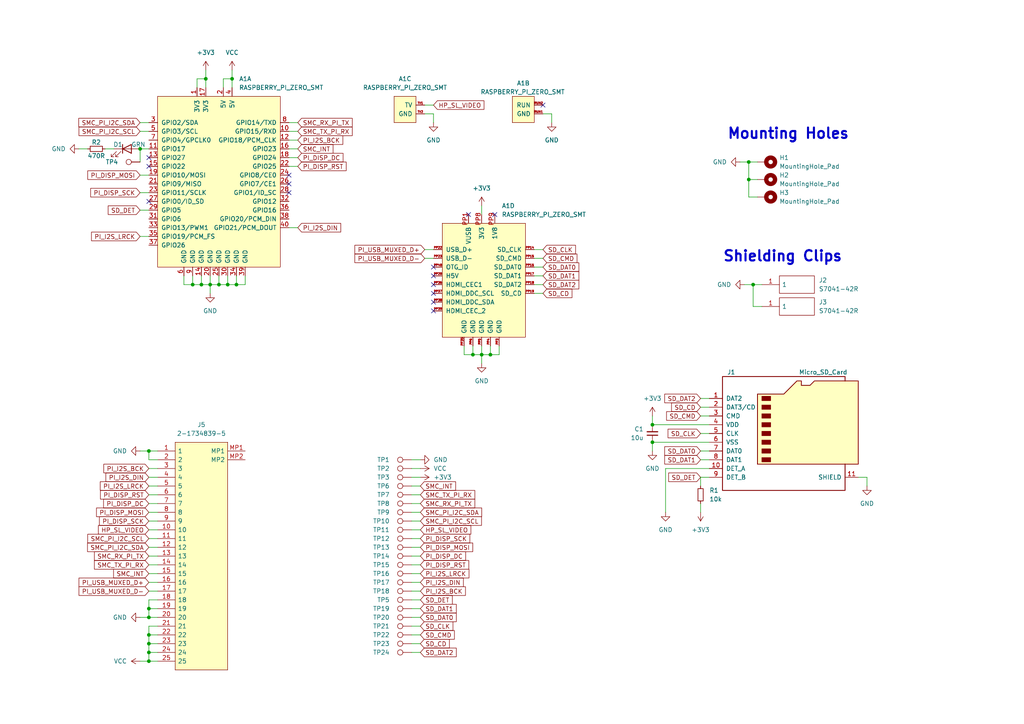
<source format=kicad_sch>
(kicad_sch (version 20211123) (generator eeschema)
  (paper "A4")
  (title_block (title "piPod Compute Board") (date "${DATE}") (rev "${TAG} (${REVISION})"))
  (lib_symbols
    (symbol "Connector:Micro_SD_Card_Det_Hirose_DM3AT" (pin_names (offset 1.016))
      (property "Reference" "J" (at -16.51 17.78 0))
      (property "Value" "Micro_SD_Card_Det_Hirose_DM3AT" (at 16.51 17.78 0))
      (symbol "Micro_SD_Card_Det_Hirose_DM3AT_0_1"
        (rectangle (start -7.62 -6.985) (end -5.08 -8.255) (fill (type outline)))
        (rectangle (start -7.62 -4.445) (end -5.08 -5.715) (fill (type outline)))
        (rectangle (start -7.62 -1.905) (end -5.08 -3.175) (fill (type outline)))
        (rectangle (start -7.62 0.635) (end -5.08 -0.635) (fill (type outline)))
        (rectangle (start -7.62 3.175) (end -5.08 1.905) (fill (type outline)))
        (rectangle (start -7.62 5.715) (end -5.08 4.445) (fill (type outline)))
        (rectangle (start -7.62 8.255) (end -5.08 6.985) (fill (type outline)))
        (rectangle (start -7.62 10.795) (end -5.08 9.525) (fill (type outline)))
        (polyline (pts (xy 16.51 15.24) (xy 16.51 16.51) (xy -19.05 16.51) (xy -19.05 -16.51) (xy 16.51 -16.51) (xy 16.51 -8.89)) (stroke (width 0.254)))
        (polyline (pts (xy -8.89 -8.89) (xy -8.89 11.43) (xy -1.27 11.43) (xy 2.54 15.24) (xy 3.81 15.24) (xy 3.81 13.97) (xy 6.35 13.97) (xy 7.62 15.24) (xy 20.32 15.24) (xy 20.32 -8.89) (xy -8.89 -8.89)) (stroke (width 0.254)) (fill (type background)))
      )
      (symbol "Micro_SD_Card_Det_Hirose_DM3AT_1_1"
        (pin bidirectional line (at -22.86 10.16 0) (length 3.81) (name "DAT2") (number "1"))
        (pin passive line (at -22.86 -10.16 0) (length 3.81) (name "DET_A") (number "10"))
        (pin passive line (at 20.32 -12.7 180) (length 3.81) (name "SHIELD") (number "11"))
        (pin bidirectional line (at -22.86 7.62 0) (length 3.81) (name "DAT3/CD") (number "2"))
        (pin input line (at -22.86 5.08 0) (length 3.81) (name "CMD") (number "3"))
        (pin power_in line (at -22.86 2.54 0) (length 3.81) (name "VDD") (number "4"))
        (pin input line (at -22.86 0 0) (length 3.81) (name "CLK") (number "5"))
        (pin power_in line (at -22.86 -2.54 0) (length 3.81) (name "VSS") (number "6"))
        (pin bidirectional line (at -22.86 -5.08 0) (length 3.81) (name "DAT0") (number "7"))
        (pin bidirectional line (at -22.86 -7.62 0) (length 3.81) (name "DAT1") (number "8"))
        (pin passive line (at -22.86 -12.7 0) (length 3.81) (name "DET_B") (number "9"))
      )
    )
    (symbol "Connector:TestPoint" (pin_numbers hide) (pin_names (offset 0.762) hide)
      (property "Reference" "TP" (at 0 6.858 0))
      (property "Value" "TestPoint" (at 0 5.08 0))
      (symbol "TestPoint_0_1"
        (circle (center 0 3.302) (radius 0.762))
      )
      (symbol "TestPoint_1_1"
        (pin passive line (at 0 0 90) (length 2.54) (name "1") (number "1"))
      )
    )
    (symbol "Device:C_Small" (pin_numbers hide) (pin_names (offset 0.254) hide)
      (property "Reference" "C" (at 0.254 1.778 0))
      (property "Value" "C_Small" (at 0.254 -2.032 0))
      (symbol "C_Small_0_1"
        (polyline (pts (xy -1.524 -0.508) (xy 1.524 -0.508)) (stroke (width 0.3302)))
        (polyline (pts (xy -1.524 0.508) (xy 1.524 0.508)) (stroke (width 0.3048)))
      )
      (symbol "C_Small_1_1"
        (pin passive line (at 0 2.54 270) (length 2.032) (name "~") (number "1"))
        (pin passive line (at 0 -2.54 90) (length 2.032) (name "~") (number "2"))
      )
    )
    (symbol "Device:LED" (pin_numbers hide) (pin_names (offset 1.016) hide)
      (property "Reference" "D" (at 0 2.54 0))
      (property "Value" "LED" (at 0 -2.54 0))
      (symbol "LED_0_1"
        (polyline (pts (xy -1.27 -1.27) (xy -1.27 1.27)) (stroke (width 0.254)))
        (polyline (pts (xy -1.27 0) (xy 1.27 0)))
        (polyline (pts (xy 1.27 -1.27) (xy 1.27 1.27) (xy -1.27 0) (xy 1.27 -1.27)) (stroke (width 0.254)))
        (polyline (pts (xy -3.048 -0.762) (xy -4.572 -2.286) (xy -3.81 -2.286) (xy -4.572 -2.286) (xy -4.572 -1.524)))
        (polyline (pts (xy -1.778 -0.762) (xy -3.302 -2.286) (xy -2.54 -2.286) (xy -3.302 -2.286) (xy -3.302 -1.524)))
      )
      (symbol "LED_1_1"
        (pin passive line (at -3.81 0 0) (length 2.54) (name "K") (number "1"))
        (pin passive line (at 3.81 0 180) (length 2.54) (name "A") (number "2"))
      )
    )
    (symbol "Device:R_Small" (pin_numbers hide) (pin_names (offset 0.254) hide)
      (property "Reference" "R" (at 0.762 0.508 0))
      (property "Value" "R_Small" (at 0.762 -1.016 0))
      (symbol "R_Small_0_1"
        (rectangle (start -0.762 1.778) (end 0.762 -1.778) (stroke (width 0.2032)))
      )
      (symbol "R_Small_1_1"
        (pin passive line (at 0 2.54 270) (length 0.762) (name "~") (number "1"))
        (pin passive line (at 0 -2.54 90) (length 0.762) (name "~") (number "2"))
      )
    )
    (symbol "Mechanical:MountingHole_Pad" (pin_numbers hide) (pin_names (offset 1.016) hide)
      (property "Reference" "H" (at 0 6.35 0))
      (property "Value" "MountingHole_Pad" (at 0 4.445 0))
      (symbol "MountingHole_Pad_0_1"
        (circle (center 0 1.27) (radius 1.27) (stroke (width 1.27)))
      )
      (symbol "MountingHole_Pad_1_1"
        (pin input line (at 0 -2.54 90) (length 2.54) (name "1") (number "1"))
      )
    )
    (symbol "gigahawk:2-1734839-5" (pin_names (offset 0.762))
      (property "Reference" "J" (at 21.59 7.62 0))
      (property "Value" "2-1734839-5" (at 21.59 5.08 0))
      (symbol "2-1734839-5_0_0"
        (pin passive line (at 25.4 0 180) (length 5.08) (name "1") (number "1"))
        (pin passive line (at 25.4 -22.86 180) (length 5.08) (name "10") (number "10"))
        (pin passive line (at 25.4 -25.4 180) (length 5.08) (name "11") (number "11"))
        (pin passive line (at 25.4 -27.94 180) (length 5.08) (name "12") (number "12"))
        (pin passive line (at 25.4 -30.48 180) (length 5.08) (name "13") (number "13"))
        (pin passive line (at 25.4 -33.02 180) (length 5.08) (name "14") (number "14"))
        (pin passive line (at 25.4 -35.56 180) (length 5.08) (name "15") (number "15"))
        (pin passive line (at 25.4 -38.1 180) (length 5.08) (name "16") (number "16"))
        (pin passive line (at 25.4 -40.64 180) (length 5.08) (name "17") (number "17"))
        (pin passive line (at 25.4 -43.18 180) (length 5.08) (name "18") (number "18"))
        (pin passive line (at 25.4 -45.72 180) (length 5.08) (name "19") (number "19"))
        (pin passive line (at 25.4 -2.54 180) (length 5.08) (name "2") (number "2"))
        (pin passive line (at 25.4 -48.26 180) (length 5.08) (name "20") (number "20"))
        (pin passive line (at 25.4 -50.8 180) (length 5.08) (name "21") (number "21"))
        (pin passive line (at 25.4 -53.34 180) (length 5.08) (name "22") (number "22"))
        (pin passive line (at 25.4 -55.88 180) (length 5.08) (name "23") (number "23"))
        (pin passive line (at 25.4 -58.42 180) (length 5.08) (name "24") (number "24"))
        (pin passive line (at 25.4 -60.96 180) (length 5.08) (name "25") (number "25"))
        (pin passive line (at 25.4 -5.08 180) (length 5.08) (name "3") (number "3"))
        (pin passive line (at 25.4 -7.62 180) (length 5.08) (name "4") (number "4"))
        (pin passive line (at 25.4 -10.16 180) (length 5.08) (name "5") (number "5"))
        (pin passive line (at 25.4 -12.7 180) (length 5.08) (name "6") (number "6"))
        (pin passive line (at 25.4 -15.24 180) (length 5.08) (name "7") (number "7"))
        (pin passive line (at 25.4 -17.78 180) (length 5.08) (name "8") (number "8"))
        (pin passive line (at 25.4 -20.32 180) (length 5.08) (name "9") (number "9"))
        (pin passive line (at 0 0 0) (length 5.08) (name "MP1") (number "MP1"))
        (pin passive line (at 0 -2.54 0) (length 5.08) (name "MP2") (number "MP2"))
      )
      (symbol "2-1734839-5_0_1"
        (polyline (pts (xy 5.08 2.54) (xy 20.32 2.54) (xy 20.32 -63.5) (xy 5.08 -63.5) (xy 5.08 2.54)) (stroke (width 0.1524)) (fill (type background)))
      )
    )
    (symbol "gigahawk:RASPBERRY_PI_ZERO_SMT" (pin_names (offset 1.016))
      (property "Reference" "A" (at 0 3.81 0))
      (property "Value" "RASPBERRY_PI_ZERO_SMT" (at -1.27 1.27 0))
      (symbol "RASPBERRY_PI_ZERO_SMT_1_1"
        (rectangle (start -16.51 -7.62) (end 19.05 -57.15) (fill (type background)))
        (pin input line (at -5.08 -5.08 270) (length 2.54) (name "3V3") (number "1"))
        (pin input line (at 21.59 -17.78 180) (length 2.54) (name "GPIO15/RXD") (number "10"))
        (pin input line (at -19.05 -22.86 0) (length 2.54) (name "GPIO17") (number "11"))
        (pin input line (at 21.59 -20.32 180) (length 2.54) (name "GPIO18/PCM_CLK") (number "12"))
        (pin input line (at -19.05 -25.4 0) (length 2.54) (name "GPIO27") (number "13"))
        (pin input line (at -3.81 -59.69 90) (length 2.54) (name "GND") (number "14"))
        (pin input line (at -19.05 -27.94 0) (length 2.54) (name "GPIO22") (number "15"))
        (pin input line (at 21.59 -22.86 180) (length 2.54) (name "GPIO23") (number "16"))
        (pin input line (at -2.54 -5.08 270) (length 2.54) (name "3V3") (number "17"))
        (pin input line (at 21.59 -25.4 180) (length 2.54) (name "GPIO24") (number "18"))
        (pin input line (at -19.05 -30.48 0) (length 2.54) (name "GPIO10/MOSI") (number "19"))
        (pin input line (at 2.54 -5.08 270) (length 2.54) (name "5V") (number "2"))
        (pin input line (at -1.27 -59.69 90) (length 2.54) (name "GND") (number "20"))
        (pin input line (at -19.05 -33.02 0) (length 2.54) (name "GPIO9/MISO") (number "21"))
        (pin input line (at 21.59 -27.94 180) (length 2.54) (name "GPIO25") (number "22"))
        (pin input line (at -19.05 -35.56 0) (length 2.54) (name "GPIO11/SCLK") (number "23"))
        (pin input line (at 21.59 -30.48 180) (length 2.54) (name "GPIO8/CE0") (number "24"))
        (pin input line (at 1.27 -59.69 90) (length 2.54) (name "GND") (number "25"))
        (pin input line (at 21.59 -33.02 180) (length 2.54) (name "GPIO7/CE1") (number "26"))
        (pin input line (at -19.05 -38.1 0) (length 2.54) (name "GPIO0/ID_SD") (number "27"))
        (pin input line (at 21.59 -35.56 180) (length 2.54) (name "GPIO1/ID_SC") (number "28"))
        (pin input line (at -19.05 -40.64 0) (length 2.54) (name "GPIO5") (number "29"))
        (pin input line (at -19.05 -15.24 0) (length 2.54) (name "GPIO2/SDA") (number "3"))
        (pin input line (at 3.81 -59.69 90) (length 2.54) (name "GND") (number "30"))
        (pin input line (at -19.05 -43.18 0) (length 2.54) (name "GPIO6") (number "31"))
        (pin input line (at 21.59 -38.1 180) (length 2.54) (name "GPIO12") (number "32"))
        (pin input line (at -19.05 -45.72 0) (length 2.54) (name "GPIO13/PWM1") (number "33"))
        (pin input line (at 6.35 -59.69 90) (length 2.54) (name "GND") (number "34"))
        (pin input line (at -19.05 -48.26 0) (length 2.54) (name "GPIO19/PCM_FS") (number "35"))
        (pin input line (at 21.59 -40.64 180) (length 2.54) (name "GPIO16") (number "36"))
        (pin input line (at -19.05 -50.8 0) (length 2.54) (name "GPIO26") (number "37"))
        (pin input line (at 21.59 -43.18 180) (length 2.54) (name "GPIO20/PCM_DIN") (number "38"))
        (pin input line (at 8.89 -59.69 90) (length 2.54) (name "GND") (number "39"))
        (pin input line (at 5.08 -5.08 270) (length 2.54) (name "5V") (number "4"))
        (pin input line (at 21.59 -45.72 180) (length 2.54) (name "GPIO21/PCM_DOUT") (number "40"))
        (pin input line (at -19.05 -17.78 0) (length 2.54) (name "GPIO3/SCL") (number "5"))
        (pin input line (at -8.89 -59.69 90) (length 2.54) (name "GND") (number "6"))
        (pin input line (at -19.05 -20.32 0) (length 2.54) (name "GPIO4/GPCLK0") (number "7"))
        (pin input line (at 21.59 -15.24 180) (length 2.54) (name "GPIO14/TXD") (number "8"))
        (pin input line (at -6.35 -59.69 90) (length 2.54) (name "GND") (number "9"))
      )
      (symbol "RASPBERRY_PI_ZERO_SMT_2_1"
        (rectangle (start 0 0) (end -6.35 -7.62) (fill (type background)))
        (pin input line (at 2.54 -2.54 180) (length 2.54) (name "GND") (number "RUN1"))
        (pin input line (at 2.54 -5.08 180) (length 2.54) (name "RUN") (number "RUN2"))
      )
      (symbol "RASPBERRY_PI_ZERO_SMT_3_1"
        (rectangle (start 0 0) (end -6.35 -7.62) (fill (type background)))
        (pin input line (at 2.54 -2.54 180) (length 2.54) (name "TV") (number "TV1"))
        (pin input line (at 2.54 -5.08 180) (length 2.54) (name "GND") (number "TV2"))
      )
      (symbol "RASPBERRY_PI_ZERO_SMT_4_1"
        (rectangle (start -11.43 -6.35) (end 12.7 -39.37) (fill (type background)))
        (pin input line (at -3.81 -3.81 270) (length 2.54) (name "VUSB") (number "PP1"))
        (pin input line (at 15.24 -13.97 180) (length 2.54) (name "SD_CLK") (number "PP14"))
        (pin input line (at 15.24 -16.51 180) (length 2.54) (name "SD_CMD") (number "PP15"))
        (pin input line (at 15.24 -19.05 180) (length 2.54) (name "SD_DAT0") (number "PP16"))
        (pin input line (at 15.24 -21.59 180) (length 2.54) (name "SD_DAT1") (number "PP17"))
        (pin input line (at 15.24 -24.13 180) (length 2.54) (name "SD_DAT2") (number "PP18"))
        (pin input line (at 15.24 -26.67 180) (length 2.54) (name "SD_CD") (number "PP19"))
        (pin input line (at -13.97 -21.59 0) (length 2.54) (name "H5V") (number "PP20"))
        (pin input line (at -13.97 -13.97 0) (length 2.54) (name "USB_D+") (number "PP22"))
        (pin input line (at -13.97 -16.51 0) (length 2.54) (name "USB_D-") (number "PP23"))
        (pin input line (at 5.08 -41.91 90) (length 2.54) (name "GND") (number "PP3"))
        (pin input line (at -5.08 -41.91 90) (length 2.54) (name "GND") (number "PP35"))
        (pin input line (at -13.97 -24.13 0) (length 2.54) (name "HDMI_CEC1") (number "PP36"))
        (pin input line (at -13.97 -26.67 0) (length 2.54) (name "HDMI_DDC_SCL") (number "PP37"))
        (pin input line (at -13.97 -29.21 0) (length 2.54) (name "HDMI_DDC_SDA") (number "PP38"))
        (pin input line (at -13.97 -31.75 0) (length 2.54) (name "HDMI_CEC_2") (number "PP39"))
        (pin input line (at 2.54 -41.91 90) (length 2.54) (name "GND") (number "PP4"))
        (pin input line (at -13.97 -19.05 0) (length 2.54) (name "OTG_ID") (number "PP40"))
        (pin input line (at 0 -41.91 90) (length 2.54) (name "GND") (number "PP5"))
        (pin input line (at -2.54 -41.91 90) (length 2.54) (name "GND") (number "PP6"))
        (pin input line (at 0 -3.81 270) (length 2.54) (name "3V3") (number "PP8"))
        (pin input line (at 3.81 -3.81 270) (length 2.54) (name "1V8") (number "PP9"))
      )
    )
    (symbol "gigahawk:S7041-42R" (pin_names (offset 0.762))
      (property "Reference" "J" (at 16.51 7.62 0))
      (property "Value" "S7041-42R" (at 16.51 5.08 0))
      (symbol "S7041-42R_0_0"
        (pin passive line (at 0 0 0) (length 5.08) (name "1") (number "1"))
      )
      (symbol "S7041-42R_0_1"
        (polyline (pts (xy 5.08 2.54) (xy 15.24 2.54) (xy 15.24 -2.54) (xy 5.08 -2.54) (xy 5.08 2.54)) (stroke (width 0.1524)))
      )
    )
    (symbol "power:+3.3V" (power) (pin_names (offset 0))
      (property "Value" "+3.3V" (at 0 3.556 0))
      (symbol "+3.3V_0_1"
        (polyline (pts (xy -0.762 1.27) (xy 0 2.54)))
        (polyline (pts (xy 0 0) (xy 0 2.54)))
        (polyline (pts (xy 0 2.54) (xy 0.762 1.27)))
      )
      (symbol "+3.3V_1_1"
        (pin power_in line (at 0 0 90) (length 0) hide (name "+3V3") (number "1"))
      )
    )
    (symbol "power:+3V3" (power) (pin_names (offset 0))
      (property "Value" "+3V3" (at 0 3.556 0))
      (symbol "+3V3_0_1"
        (polyline (pts (xy -0.762 1.27) (xy 0 2.54)))
        (polyline (pts (xy 0 0) (xy 0 2.54)))
        (polyline (pts (xy 0 2.54) (xy 0.762 1.27)))
      )
      (symbol "+3V3_1_1"
        (pin power_in line (at 0 0 90) (length 0) hide (name "+3V3") (number "1"))
      )
    )
    (symbol "power:GND" (power) (pin_names (offset 0))
      (property "Value" "GND" (at 0 -3.81 0))
      (symbol "GND_0_1"
        (polyline (pts (xy 0 0) (xy 0 -1.27) (xy 1.27 -1.27) (xy 0 -2.54) (xy -1.27 -1.27) (xy 0 -1.27)))
      )
      (symbol "GND_1_1"
        (pin power_in line (at 0 0 270) (length 0) hide (name "GND") (number "1"))
      )
    )
    (symbol "power:VCC" (power) (pin_names (offset 0))
      (property "Value" "VCC" (at 0 3.81 0))
      (symbol "VCC_0_1"
        (polyline (pts (xy -0.762 1.27) (xy 0 2.54)))
        (polyline (pts (xy 0 0) (xy 0 2.54)))
        (polyline (pts (xy 0 2.54) (xy 0.762 1.27)))
      )
      (symbol "VCC_1_1"
        (pin power_in line (at 0 0 90) (length 0) hide (name "VCC") (number "1"))
      )
    )
  )
  (junction (at 137.16 102.87))
  (junction (at 60.96 82.55))
  (junction (at 43.18 176.53))
  (junction (at 43.18 189.23))
  (junction (at 67.31 22.86))
  (junction (at 189.23 123.19))
  (junction (at 43.18 191.77))
  (junction (at 217.17 52.07))
  (junction (at 63.5 82.55))
  (junction (at 217.17 46.99))
  (junction (at 58.42 82.55))
  (junction (at 40.64 43.18))
  (junction (at 55.88 82.55))
  (junction (at 59.69 22.86))
  (junction (at 43.18 130.81))
  (junction (at 218.44 82.55))
  (junction (at 43.18 186.69))
  (junction (at 139.7 102.87))
  (junction (at 66.04 82.55))
  (junction (at 43.18 184.15))
  (junction (at 142.24 102.87))
  (junction (at 43.18 179.07))
  (junction (at 68.58 82.55))
  (junction (at 189.23 128.27))
  (no_connect (at 125.73 90.17))
  (no_connect (at 125.73 85.09))
  (no_connect (at 125.73 87.63))
  (no_connect (at 125.73 80.01))
  (no_connect (at 125.73 77.47))
  (no_connect (at 125.73 82.55))
  (no_connect (at 157.48 30.48))
  (no_connect (at 43.18 45.72))
  (no_connect (at 43.18 48.26))
  (no_connect (at 135.89 62.23))
  (no_connect (at 83.82 53.34))
  (no_connect (at 83.82 55.88))
  (no_connect (at 83.82 50.8))
  (no_connect (at 143.51 62.23))
  (no_connect (at 43.18 58.42))
  (wire (pts (xy 40.64 43.18) (xy 40.64 46.99)))
  (wire (pts (xy 119.38 179.07) (xy 121.92 179.07)))
  (wire (pts (xy 83.82 45.72) (xy 86.36 45.72)))
  (wire (pts (xy 119.38 156.21) (xy 121.92 156.21)))
  (wire (pts (xy 123.19 74.93) (xy 125.73 74.93)))
  (wire (pts (xy 22.86 43.18) (xy 25.4 43.18)))
  (wire (pts (xy 45.72 133.35) (xy 43.18 133.35)))
  (wire (pts (xy 203.2 125.73) (xy 205.74 125.73)))
  (wire (pts (xy 40.64 55.88) (xy 43.18 55.88)))
  (wire (pts (xy 57.15 25.4) (xy 57.15 22.86)))
  (wire (pts (xy 40.64 130.81) (xy 43.18 130.81)))
  (wire (pts (xy 189.23 128.27) (xy 205.74 128.27)))
  (wire (pts (xy 119.38 140.97) (xy 121.92 140.97)))
  (wire (pts (xy 66.04 80.01) (xy 66.04 82.55)))
  (wire (pts (xy 43.18 153.67) (xy 45.72 153.67)))
  (wire (pts (xy 55.88 80.01) (xy 55.88 82.55)))
  (wire (pts (xy 119.38 148.59) (xy 121.92 148.59)))
  (wire (pts (xy 139.7 100.33) (xy 139.7 102.87)))
  (wire (pts (xy 83.82 66.04) (xy 86.36 66.04)))
  (wire (pts (xy 43.18 179.07) (xy 45.72 179.07)))
  (wire (pts (xy 45.72 168.91) (xy 43.18 168.91)))
  (wire (pts (xy 119.38 161.29) (xy 121.92 161.29)))
  (wire (pts (xy 43.18 148.59) (xy 45.72 148.59)))
  (wire (pts (xy 43.18 176.53) (xy 43.18 179.07)))
  (wire (pts (xy 217.17 57.15) (xy 217.17 52.07)))
  (wire (pts (xy 119.38 138.43) (xy 121.92 138.43)))
  (wire (pts (xy 218.44 82.55) (xy 220.98 82.55)))
  (wire (pts (xy 63.5 80.01) (xy 63.5 82.55)))
  (wire (pts (xy 45.72 173.99) (xy 43.18 173.99)))
  (wire (pts (xy 119.38 186.69) (xy 121.92 186.69)))
  (wire (pts (xy 119.38 153.67) (xy 121.92 153.67)))
  (wire (pts (xy 123.19 30.48) (xy 125.73 30.48)))
  (wire (pts (xy 203.2 138.43) (xy 205.74 138.43)))
  (wire (pts (xy 53.34 80.01) (xy 53.34 82.55)))
  (wire (pts (xy 189.23 123.19) (xy 205.74 123.19)))
  (wire (pts (xy 203.2 138.43) (xy 203.2 140.97)))
  (wire (pts (xy 40.64 68.58) (xy 43.18 68.58)))
  (wire (pts (xy 203.2 115.57) (xy 205.74 115.57)))
  (wire (pts (xy 251.46 138.43) (xy 251.46 140.97)))
  (wire (pts (xy 203.2 133.35) (xy 205.74 133.35)))
  (wire (pts (xy 144.78 102.87) (xy 142.24 102.87)))
  (wire (pts (xy 119.38 158.75) (xy 121.92 158.75)))
  (wire (pts (xy 154.94 85.09) (xy 157.48 85.09)))
  (wire (pts (xy 43.18 135.89) (xy 45.72 135.89)))
  (wire (pts (xy 203.2 130.81) (xy 205.74 130.81)))
  (wire (pts (xy 66.04 82.55) (xy 63.5 82.55)))
  (wire (pts (xy 64.77 22.86) (xy 67.31 22.86)))
  (wire (pts (xy 217.17 46.99) (xy 219.71 46.99)))
  (wire (pts (xy 45.72 184.15) (xy 43.18 184.15)))
  (wire (pts (xy 43.18 189.23) (xy 43.18 191.77)))
  (wire (pts (xy 45.72 156.21) (xy 43.18 156.21)))
  (wire (pts (xy 67.31 20.32) (xy 67.31 22.86)))
  (wire (pts (xy 119.38 133.35) (xy 121.92 133.35)))
  (wire (pts (xy 134.62 100.33) (xy 134.62 102.87)))
  (wire (pts (xy 43.18 146.05) (xy 45.72 146.05)))
  (wire (pts (xy 119.38 146.05) (xy 121.92 146.05)))
  (wire (pts (xy 119.38 151.13) (xy 121.92 151.13)))
  (wire (pts (xy 43.18 151.13) (xy 45.72 151.13)))
  (wire (pts (xy 139.7 102.87) (xy 139.7 105.41)))
  (wire (pts (xy 43.18 181.61) (xy 43.18 184.15)))
  (wire (pts (xy 40.64 35.56) (xy 43.18 35.56)))
  (wire (pts (xy 67.31 22.86) (xy 67.31 25.4)))
  (wire (pts (xy 83.82 48.26) (xy 86.36 48.26)))
  (wire (pts (xy 68.58 82.55) (xy 66.04 82.55)))
  (wire (pts (xy 71.12 80.01) (xy 71.12 82.55)))
  (wire (pts (xy 123.19 72.39) (xy 125.73 72.39)))
  (wire (pts (xy 193.04 135.89) (xy 205.74 135.89)))
  (wire (pts (xy 43.18 133.35) (xy 43.18 130.81)))
  (wire (pts (xy 45.72 189.23) (xy 43.18 189.23)))
  (wire (pts (xy 43.18 138.43) (xy 45.72 138.43)))
  (wire (pts (xy 43.18 140.97) (xy 45.72 140.97)))
  (wire (pts (xy 45.72 166.37) (xy 43.18 166.37)))
  (wire (pts (xy 119.38 163.83) (xy 121.92 163.83)))
  (wire (pts (xy 125.73 33.02) (xy 125.73 35.56)))
  (wire (pts (xy 45.72 181.61) (xy 43.18 181.61)))
  (wire (pts (xy 218.44 88.9) (xy 218.44 82.55)))
  (wire (pts (xy 57.15 22.86) (xy 59.69 22.86)))
  (wire (pts (xy 43.18 191.77) (xy 45.72 191.77)))
  (wire (pts (xy 248.92 138.43) (xy 251.46 138.43)))
  (wire (pts (xy 45.72 171.45) (xy 43.18 171.45)))
  (wire (pts (xy 68.58 80.01) (xy 68.58 82.55)))
  (wire (pts (xy 58.42 82.55) (xy 60.96 82.55)))
  (wire (pts (xy 203.2 120.65) (xy 205.74 120.65)))
  (wire (pts (xy 119.38 143.51) (xy 121.92 143.51)))
  (wire (pts (xy 119.38 181.61) (xy 121.92 181.61)))
  (wire (pts (xy 45.72 176.53) (xy 43.18 176.53)))
  (wire (pts (xy 40.64 38.1) (xy 43.18 38.1)))
  (wire (pts (xy 214.63 46.99) (xy 217.17 46.99)))
  (wire (pts (xy 119.38 184.15) (xy 121.92 184.15)))
  (wire (pts (xy 45.72 163.83) (xy 43.18 163.83)))
  (wire (pts (xy 219.71 52.07) (xy 217.17 52.07)))
  (wire (pts (xy 119.38 176.53) (xy 121.92 176.53)))
  (wire (pts (xy 160.02 33.02) (xy 160.02 35.56)))
  (wire (pts (xy 40.64 191.77) (xy 43.18 191.77)))
  (wire (pts (xy 53.34 82.55) (xy 55.88 82.55)))
  (wire (pts (xy 43.18 143.51) (xy 45.72 143.51)))
  (wire (pts (xy 189.23 128.27) (xy 189.23 130.81)))
  (wire (pts (xy 45.72 161.29) (xy 43.18 161.29)))
  (wire (pts (xy 43.18 186.69) (xy 43.18 189.23)))
  (wire (pts (xy 60.96 82.55) (xy 60.96 85.09)))
  (wire (pts (xy 123.19 33.02) (xy 125.73 33.02)))
  (wire (pts (xy 60.96 80.01) (xy 60.96 82.55)))
  (wire (pts (xy 142.24 102.87) (xy 139.7 102.87)))
  (wire (pts (xy 83.82 40.64) (xy 86.36 40.64)))
  (wire (pts (xy 83.82 38.1) (xy 86.36 38.1)))
  (wire (pts (xy 55.88 82.55) (xy 58.42 82.55)))
  (wire (pts (xy 139.7 59.69) (xy 139.7 62.23)))
  (wire (pts (xy 193.04 135.89) (xy 193.04 148.59)))
  (wire (pts (xy 59.69 22.86) (xy 59.69 25.4)))
  (wire (pts (xy 83.82 43.18) (xy 86.36 43.18)))
  (wire (pts (xy 134.62 102.87) (xy 137.16 102.87)))
  (wire (pts (xy 215.9 82.55) (xy 218.44 82.55)))
  (wire (pts (xy 189.23 120.65) (xy 189.23 123.19)))
  (wire (pts (xy 43.18 173.99) (xy 43.18 176.53)))
  (wire (pts (xy 119.38 173.99) (xy 121.92 173.99)))
  (wire (pts (xy 154.94 72.39) (xy 157.48 72.39)))
  (wire (pts (xy 119.38 135.89) (xy 121.92 135.89)))
  (wire (pts (xy 154.94 77.47) (xy 157.48 77.47)))
  (wire (pts (xy 119.38 168.91) (xy 121.92 168.91)))
  (wire (pts (xy 142.24 100.33) (xy 142.24 102.87)))
  (wire (pts (xy 219.71 57.15) (xy 217.17 57.15)))
  (wire (pts (xy 30.48 43.18) (xy 33.02 43.18)))
  (wire (pts (xy 144.78 100.33) (xy 144.78 102.87)))
  (wire (pts (xy 157.48 33.02) (xy 160.02 33.02)))
  (wire (pts (xy 43.18 184.15) (xy 43.18 186.69)))
  (wire (pts (xy 217.17 52.07) (xy 217.17 46.99)))
  (wire (pts (xy 45.72 186.69) (xy 43.18 186.69)))
  (wire (pts (xy 137.16 102.87) (xy 139.7 102.87)))
  (wire (pts (xy 45.72 158.75) (xy 43.18 158.75)))
  (wire (pts (xy 137.16 100.33) (xy 137.16 102.87)))
  (wire (pts (xy 154.94 82.55) (xy 157.48 82.55)))
  (wire (pts (xy 40.64 179.07) (xy 43.18 179.07)))
  (wire (pts (xy 154.94 74.93) (xy 157.48 74.93)))
  (wire (pts (xy 203.2 146.05) (xy 203.2 148.59)))
  (wire (pts (xy 40.64 50.8) (xy 43.18 50.8)))
  (wire (pts (xy 64.77 25.4) (xy 64.77 22.86)))
  (wire (pts (xy 220.98 88.9) (xy 218.44 88.9)))
  (wire (pts (xy 40.64 60.96) (xy 43.18 60.96)))
  (wire (pts (xy 43.18 130.81) (xy 45.72 130.81)))
  (wire (pts (xy 203.2 118.11) (xy 205.74 118.11)))
  (wire (pts (xy 58.42 80.01) (xy 58.42 82.55)))
  (wire (pts (xy 59.69 20.32) (xy 59.69 22.86)))
  (wire (pts (xy 63.5 82.55) (xy 60.96 82.55)))
  (wire (pts (xy 119.38 166.37) (xy 121.92 166.37)))
  (wire (pts (xy 83.82 35.56) (xy 86.36 35.56)))
  (wire (pts (xy 119.38 171.45) (xy 121.92 171.45)))
  (wire (pts (xy 40.64 43.18) (xy 43.18 43.18)))
  (wire (pts (xy 71.12 82.55) (xy 68.58 82.55)))
  (wire (pts (xy 119.38 189.23) (xy 121.92 189.23)))
  (wire (pts (xy 154.94 80.01) (xy 157.48 80.01)))
  (text "Shielding Clips" (at 209.55 76.2 0) (effects (font (size 3 3) (thickness 0.6) bold) (justify left bottom)))
  (text "Mounting Holes" (at 210.82 40.64 0) (effects (font (size 3 3) (thickness 0.6) bold) (justify left bottom)))
  (global_label "SMC_TX_PI_RX" (shape input) (at 43.18 163.83 180) (property "Intersheet References" "${INTERSHEET_REFS}" (effects hide)))
  (global_label "PI_USB_MUXED_D-" (shape input) (at 43.18 171.45 180) (property "Intersheet References" "${INTERSHEET_REFS}" (effects hide)))
  (global_label "SD_DAT0" (shape input) (at 121.92 179.07 0) (property "Intersheet References" "${INTERSHEET_REFS}" (effects hide)))
  (global_label "SD_CMD" (shape input) (at 157.48 74.93 0) (property "Intersheet References" "${INTERSHEET_REFS}" (effects hide)))
  (global_label "SD_DAT2" (shape input) (at 121.92 189.23 0) (property "Intersheet References" "${INTERSHEET_REFS}" (effects hide)))
  (global_label "SMC_INT" (shape input) (at 121.92 140.97 0) (property "Intersheet References" "${INTERSHEET_REFS}" (effects hide)))
  (global_label "SMC_RX_PI_TX" (shape input) (at 43.18 161.29 180) (property "Intersheet References" "${INTERSHEET_REFS}" (effects hide)))
  (global_label "SMC_PI_I2C_SDA" (shape input) (at 43.18 158.75 180) (property "Intersheet References" "${INTERSHEET_REFS}" (effects hide)))
  (global_label "PI_USB_MUXED_D-" (shape input) (at 123.19 74.93 180) (property "Intersheet References" "${INTERSHEET_REFS}" (effects hide)))
  (global_label "PI_I2S_LRCK" (shape input) (at 43.18 140.97 180) (property "Intersheet References" "${INTERSHEET_REFS}" (effects hide)))
  (global_label "SMC_TX_PI_RX" (shape input) (at 121.92 143.51 0) (property "Intersheet References" "${INTERSHEET_REFS}" (effects hide)))
  (global_label "SMC_TX_PI_RX" (shape input) (at 86.36 38.1 0) (property "Intersheet References" "${INTERSHEET_REFS}" (effects hide)))
  (global_label "PI_I2S_BCK" (shape input) (at 43.18 135.89 180) (property "Intersheet References" "${INTERSHEET_REFS}" (effects hide)))
  (global_label "SMC_PI_I2C_SCL" (shape input) (at 43.18 156.21 180) (property "Intersheet References" "${INTERSHEET_REFS}" (effects hide)))
  (global_label "PI_I2S_DIN" (shape input) (at 43.18 138.43 180) (property "Intersheet References" "${INTERSHEET_REFS}" (effects hide)))
  (global_label "PI_I2S_LRCK" (shape input) (at 40.64 68.58 180) (property "Intersheet References" "${INTERSHEET_REFS}" (effects hide)))
  (global_label "PI_DISP_DC" (shape input) (at 43.18 146.05 180) (property "Intersheet References" "${INTERSHEET_REFS}" (effects hide)))
  (global_label "PI_I2S_BCK" (shape input) (at 121.92 171.45 0) (property "Intersheet References" "${INTERSHEET_REFS}" (effects hide)))
  (global_label "PI_DISP_MOSI" (shape input) (at 43.18 148.59 180) (property "Intersheet References" "${INTERSHEET_REFS}" (effects hide)))
  (global_label "SD_CLK" (shape input) (at 121.92 181.61 0) (property "Intersheet References" "${INTERSHEET_REFS}" (effects hide)))
  (global_label "SD_DET" (shape input) (at 121.92 173.99 0) (property "Intersheet References" "${INTERSHEET_REFS}" (effects hide)))
  (global_label "SMC_PI_I2C_SDA" (shape input) (at 121.92 148.59 0) (property "Intersheet References" "${INTERSHEET_REFS}" (effects hide)))
  (global_label "SD_CMD" (shape input) (at 203.2 120.65 180) (property "Intersheet References" "${INTERSHEET_REFS}" (effects hide)))
  (global_label "PI_USB_MUXED_D+" (shape input) (at 43.18 168.91 180) (property "Intersheet References" "${INTERSHEET_REFS}" (effects hide)))
  (global_label "SD_CD" (shape input) (at 203.2 118.11 180) (property "Intersheet References" "${INTERSHEET_REFS}" (effects hide)))
  (global_label "PI_DISP_SCK" (shape input) (at 121.92 156.21 0) (property "Intersheet References" "${INTERSHEET_REFS}" (effects hide)))
  (global_label "PI_DISP_RST" (shape input) (at 86.36 48.26 0) (property "Intersheet References" "${INTERSHEET_REFS}" (effects hide)))
  (global_label "PI_I2S_DIN" (shape input) (at 86.36 66.04 0) (property "Intersheet References" "${INTERSHEET_REFS}" (effects hide)))
  (global_label "SD_DAT1" (shape input) (at 157.48 80.01 0) (property "Intersheet References" "${INTERSHEET_REFS}" (effects hide)))
  (global_label "SMC_INT" (shape input) (at 86.36 43.18 0) (property "Intersheet References" "${INTERSHEET_REFS}" (effects hide)))
  (global_label "PI_DISP_SCK" (shape input) (at 40.64 55.88 180) (property "Intersheet References" "${INTERSHEET_REFS}" (effects hide)))
  (global_label "SD_DET" (shape input) (at 203.2 138.43 180) (property "Intersheet References" "${INTERSHEET_REFS}" (effects hide)))
  (global_label "SMC_INT" (shape input) (at 43.18 166.37 180) (property "Intersheet References" "${INTERSHEET_REFS}" (effects hide)))
  (global_label "SD_DAT2" (shape input) (at 157.48 82.55 0) (property "Intersheet References" "${INTERSHEET_REFS}" (effects hide)))
  (global_label "SMC_PI_I2C_SDA" (shape input) (at 40.64 35.56 180) (property "Intersheet References" "${INTERSHEET_REFS}" (effects hide)))
  (global_label "PI_DISP_DC" (shape input) (at 86.36 45.72 0) (property "Intersheet References" "${INTERSHEET_REFS}" (effects hide)))
  (global_label "PI_USB_MUXED_D+" (shape input) (at 123.19 72.39 180) (property "Intersheet References" "${INTERSHEET_REFS}" (effects hide)))
  (global_label "HP_SL_VIDEO" (shape input) (at 121.92 153.67 0) (property "Intersheet References" "${INTERSHEET_REFS}" (effects hide)))
  (global_label "PI_I2S_DIN" (shape input) (at 121.92 168.91 0) (property "Intersheet References" "${INTERSHEET_REFS}" (effects hide)))
  (global_label "PI_DISP_SCK" (shape input) (at 43.18 151.13 180) (property "Intersheet References" "${INTERSHEET_REFS}" (effects hide)))
  (global_label "SMC_PI_I2C_SCL" (shape input) (at 121.92 151.13 0) (property "Intersheet References" "${INTERSHEET_REFS}" (effects hide)))
  (global_label "SMC_PI_I2C_SCL" (shape input) (at 40.64 38.1 180) (property "Intersheet References" "${INTERSHEET_REFS}" (effects hide)))
  (global_label "SD_CLK" (shape input) (at 157.48 72.39 0) (property "Intersheet References" "${INTERSHEET_REFS}" (effects hide)))
  (global_label "SD_CD" (shape input) (at 121.92 186.69 0) (property "Intersheet References" "${INTERSHEET_REFS}" (effects hide)))
  (global_label "SD_DET" (shape input) (at 40.64 60.96 180) (property "Intersheet References" "${INTERSHEET_REFS}" (effects hide)))
  (global_label "SD_CMD" (shape input) (at 121.92 184.15 0) (property "Intersheet References" "${INTERSHEET_REFS}" (effects hide)))
  (global_label "SMC_RX_PI_TX" (shape input) (at 121.92 146.05 0) (property "Intersheet References" "${INTERSHEET_REFS}" (effects hide)))
  (global_label "PI_I2S_BCK" (shape input) (at 86.36 40.64 0) (property "Intersheet References" "${INTERSHEET_REFS}" (effects hide)))
  (global_label "SD_DAT0" (shape input) (at 157.48 77.47 0) (property "Intersheet References" "${INTERSHEET_REFS}" (effects hide)))
  (global_label "PI_DISP_DC" (shape input) (at 121.92 161.29 0) (property "Intersheet References" "${INTERSHEET_REFS}" (effects hide)))
  (global_label "HP_SL_VIDEO" (shape input) (at 125.73 30.48 0) (property "Intersheet References" "${INTERSHEET_REFS}" (effects hide)))
  (global_label "SD_CLK" (shape input) (at 203.2 125.73 180) (property "Intersheet References" "${INTERSHEET_REFS}" (effects hide)))
  (global_label "PI_DISP_MOSI" (shape input) (at 40.64 50.8 180) (property "Intersheet References" "${INTERSHEET_REFS}" (effects hide)))
  (global_label "PI_DISP_RST" (shape input) (at 43.18 143.51 180) (property "Intersheet References" "${INTERSHEET_REFS}" (effects hide)))
  (global_label "SD_DAT1" (shape input) (at 203.2 133.35 180) (property "Intersheet References" "${INTERSHEET_REFS}" (effects hide)))
  (global_label "PI_DISP_RST" (shape input) (at 121.92 163.83 0) (property "Intersheet References" "${INTERSHEET_REFS}" (effects hide)))
  (global_label "HP_SL_VIDEO" (shape input) (at 43.18 153.67 180) (property "Intersheet References" "${INTERSHEET_REFS}" (effects hide)))
  (global_label "SMC_RX_PI_TX" (shape input) (at 86.36 35.56 0) (property "Intersheet References" "${INTERSHEET_REFS}" (effects hide)))
  (global_label "PI_DISP_MOSI" (shape input) (at 121.92 158.75 0) (property "Intersheet References" "${INTERSHEET_REFS}" (effects hide)))
  (global_label "SD_CD" (shape input) (at 157.48 85.09 0) (property "Intersheet References" "${INTERSHEET_REFS}" (effects hide)))
  (global_label "SD_DAT1" (shape input) (at 121.92 176.53 0) (property "Intersheet References" "${INTERSHEET_REFS}" (effects hide)))
  (global_label "PI_I2S_LRCK" (shape input) (at 121.92 166.37 0) (property "Intersheet References" "${INTERSHEET_REFS}" (effects hide)))
  (global_label "SD_DAT2" (shape input) (at 203.2 115.57 180) (property "Intersheet References" "${INTERSHEET_REFS}" (effects hide)))
  (global_label "SD_DAT0" (shape input) (at 203.2 130.81 180) (property "Intersheet References" "${INTERSHEET_REFS}" (effects hide)))
  (symbol (lib_id "power:VCC") (at 67.31 20.32 0) (unit 1)
    (property "Reference" "#PWR0107" (effects hide))
    (property "Value" "VCC" (at 67.31 15.24 0))
  )
  (symbol (lib_id "Connector:TestPoint") (at 119.38 148.59 90) (unit 1)
    (property "Reference" "TP9" (at 113.03 148.59 90) (effects (justify left)))
    (property "Value" "TestPoint" (effects hide))
    (property "Footprint" "TestPoint:TestPoint_Pad_D1.5mm" (effects hide))
  )
  (symbol (lib_id "power:+3V3") (at 139.7 59.69 0) (unit 1)
    (property "Reference" "#PWR0110" (effects hide))
    (property "Value" "+3V3" (at 139.7 54.61 0))
  )
  (symbol (lib_id "Connector:TestPoint") (at 119.38 176.53 90) (unit 1)
    (property "Reference" "TP19" (at 113.03 176.53 90) (effects (justify left)))
    (property "Value" "TestPoint" (effects hide))
    (property "Footprint" "TestPoint:TestPoint_Pad_D1.5mm" (effects hide))
  )
  (symbol (lib_id "Connector:TestPoint") (at 119.38 181.61 90) (unit 1)
    (property "Reference" "TP21" (at 113.03 181.61 90) (effects (justify left)))
    (property "Value" "TestPoint" (effects hide))
    (property "Footprint" "TestPoint:TestPoint_Pad_D1.5mm" (effects hide))
  )
  (symbol (lib_id "power:GND") (at 60.96 85.09 0) (unit 1)
    (property "Reference" "#PWR0105" (effects hide))
    (property "Value" "GND" (at 60.96 90.17 0))
  )
  (symbol (lib_id "Device:LED") (at 36.83 43.18 0) (unit 1)
    (property "Reference" "D1" (at 35.56 41.91 0) (effects (justify right)))
    (property "Value" "GRN" (at 38.1 41.91 0) (effects (justify left)))
    (property "Footprint" "LED_SMD:LED_0805_2012Metric" (effects hide))
  )
  (symbol (lib_id "Connector:TestPoint") (at 119.38 143.51 90) (unit 1)
    (property "Reference" "TP7" (at 113.03 143.51 90) (effects (justify left)))
    (property "Value" "TestPoint" (effects hide))
    (property "Footprint" "TestPoint:TestPoint_Pad_D1.5mm" (effects hide))
  )
  (symbol (lib_id "Connector:TestPoint") (at 119.38 161.29 90) (unit 1)
    (property "Reference" "TP14" (at 113.03 161.29 90) (effects (justify left)))
    (property "Value" "TestPoint" (effects hide))
    (property "Footprint" "TestPoint:TestPoint_Pad_D1.5mm" (effects hide))
  )
  (symbol (lib_id "Mechanical:MountingHole_Pad") (at 222.25 46.99 270) (unit 1)
    (property "Reference" "H1" (at 226.06 45.7199 90) (effects (justify left)))
    (property "Value" "MountingHole_Pad" (at 226.06 48.2599 90) (effects (justify left)))
    (property "Footprint" "MountingHole:MountingHole_2.2mm_M2_DIN965_Pad" (effects hide))
  )
  (symbol (lib_id "gigahawk:RASPBERRY_PI_ZERO_SMT") (at 120.65 27.94 0) (unit 3)
    (property "Reference" "A1" (at 117.475 22.86 0))
    (property "Value" "RASPBERRY_PI_ZERO_SMT" (at 117.475 25.4 0))
    (property "Footprint" "Gigahawk:RASPI_ZERO_1_3_SMT_LOW_PROFILE" (effects hide))
  )
  (symbol (lib_id "Connector:TestPoint") (at 119.38 138.43 90) (unit 1)
    (property "Reference" "TP3" (at 113.03 138.43 90) (effects (justify left)))
    (property "Value" "TestPoint" (effects hide))
    (property "Footprint" "TestPoint:TestPoint_Pad_D1.5mm" (effects hide))
  )
  (symbol (lib_id "Device:R_Small") (at 27.94 43.18 90) (unit 1)
    (property "Reference" "R2" (at 27.94 41.275 90))
    (property "Value" "470R" (at 27.94 45.212 90))
    (property "Footprint" "Resistor_SMD:R_0805_2012Metric" (effects hide))
  )
  (symbol (lib_id "Connector:TestPoint") (at 119.38 163.83 90) (unit 1)
    (property "Reference" "TP15" (at 113.03 163.83 90) (effects (justify left)))
    (property "Value" "TestPoint" (effects hide))
    (property "Footprint" "TestPoint:TestPoint_Pad_D1.5mm" (effects hide))
  )
  (symbol (lib_id "Connector:TestPoint") (at 119.38 151.13 90) (unit 1)
    (property "Reference" "TP10" (at 113.03 151.13 90) (effects (justify left)))
    (property "Value" "TestPoint" (effects hide))
    (property "Footprint" "TestPoint:TestPoint_Pad_D1.5mm" (effects hide))
  )
  (symbol (lib_id "power:GND") (at 160.02 35.56 0) (unit 1)
    (property "Reference" "#PWR0108" (effects hide))
    (property "Value" "GND" (at 160.02 40.64 0))
  )
  (symbol (lib_id "gigahawk:RASPBERRY_PI_ZERO_SMT") (at 154.94 35.56 0) (mirror x) (unit 2)
    (property "Reference" "A1" (at 153.67 24.13 0) (effects (justify right)))
    (property "Value" "RASPBERRY_PI_ZERO_SMT" (at 163.83 26.67 0) (effects (justify right)))
    (property "Footprint" "Gigahawk:RASPI_ZERO_1_3_SMT_LOW_PROFILE" (effects hide))
  )
  (symbol (lib_id "gigahawk:2-1734839-5") (at 71.12 130.81 0) (mirror y) (unit 1)
    (property "Reference" "J5" (at 58.42 123.19 0))
    (property "Value" "2-1734839-5" (at 58.42 125.73 0))
    (property "Footprint" "Gigahawk:217348395" (effects hide))
    (property "Datasheet" "https://www.te.com/commerce/DocumentDelivery/DDEController?Action=srchrtrv&DocNm=1734839&DocType=Customer+Drawing&DocLang=English&PartCntxt=2-1734839-5&DocFormat=pdf" (effects hide))
    (property "Description" "FFC & FPC Connectors FPC CONN. 0.5MM PITCH T/C 25P" (effects hide))
    (property "Height" "2.1" (effects hide))
    (property "Mouser Part" "571-2-1734839-5" (effects hide))
    (property "Mouser Price/Stock" "https://www.mouser.co.uk/ProductDetail/TE-Connectivity/2-1734839-5?qs=sLzr0G66nupr6AkIn8JaHw%3D%3D" (effects hide))
    (property "Manufacturer" "TE Connectivity AMP Connectors" (effects hide))
    (property "Manufacturer Part" "2-1734839-5" (effects hide))
    (property "Digikey Part" "A101342CT-ND" (effects hide))
    (property "Digikey Price/Stock" "https://www.digikey.ca/en/products/detail/te-connectivity-amp-connectors/2-1734839-5/1860481" (effects hide))
    (property "LCSC Part" "C5163631" (effects hide))
  )
  (symbol (lib_id "power:+3V3") (at 189.23 120.65 0) (unit 1)
    (property "Reference" "#PWR02" (effects hide))
    (property "Value" "+3V3" (at 189.23 115.57 0))
  )
  (symbol (lib_id "gigahawk:RASPBERRY_PI_ZERO_SMT") (at 139.7 58.42 0) (unit 4)
    (property "Reference" "A1" (at 145.5294 59.69 0) (effects (justify left)))
    (property "Value" "RASPBERRY_PI_ZERO_SMT" (at 145.5294 62.23 0) (effects (justify left)))
    (property "Footprint" "Gigahawk:RASPI_ZERO_1_3_SMT_LOW_PROFILE" (effects hide))
  )
  (symbol (lib_id "Connector:TestPoint") (at 119.38 168.91 90) (unit 1)
    (property "Reference" "TP17" (at 113.03 168.91 90) (effects (justify left)))
    (property "Value" "TestPoint" (effects hide))
    (property "Footprint" "TestPoint:TestPoint_Pad_D1.5mm" (effects hide))
  )
  (symbol (lib_id "power:GND") (at 40.64 179.07 270) (unit 1)
    (property "Reference" "#PWR0101" (effects hide))
    (property "Value" "GND" (at 36.83 179.0699 90) (effects (justify right)))
  )
  (symbol (lib_id "gigahawk:S7041-42R") (at 220.98 88.9 0) (unit 1)
    (property "Reference" "J3" (at 237.49 87.6299 0) (effects (justify left)))
    (property "Value" "S7041-42R" (at 237.49 90.1699 0) (effects (justify left)))
    (property "Footprint" "Gigahawk:S7041-42R" (effects hide))
    (property "Datasheet" "https://cdn.harwin.com/pdfs/Harwin_Product_Catalog_page_282.pdf" (effects hide))
    (property "Description" "RFI SHIELD FINGER AU 4MM SMD" (effects hide))
    (property "Height" "4" (effects hide))
    (property "Mouser Part" " 855-S7041-42R" (effects hide))
    (property "Mouser Price/Stock" "https://www.mouser.ca/ProductDetail/Harwin/S7041-42R?qs=Qom7kyPojXYlatA5JBLf4Q%3D%3D" (effects hide))
    (property "Manufacturer" "Harwin" (effects hide))
    (property "Manufacturer Part" "S7041-42R" (effects hide))
    (property "Digikey Part" "952-1742-1-ND" (effects hide))
    (property "Digikey Price/Stock" "https://www.digikey.ca/en/products/detail/harwin-inc/S7041-42R/3131058" (effects hide))
  )
  (symbol (lib_id "Connector:TestPoint") (at 40.64 46.99 90) (unit 1)
    (property "Reference" "TP4" (at 34.29 46.99 90) (effects (justify left)))
    (property "Value" "TestPoint" (effects hide))
    (property "Footprint" "TestPoint:TestPoint_Pad_D1.5mm" (effects hide))
  )
  (symbol (lib_id "power:GND") (at 125.73 35.56 0) (unit 1)
    (property "Reference" "#PWR0111" (effects hide))
    (property "Value" "GND" (at 125.73 40.64 0))
  )
  (symbol (lib_id "Mechanical:MountingHole_Pad") (at 222.25 52.07 270) (unit 1)
    (property "Reference" "H2" (at 226.06 50.7999 90) (effects (justify left)))
    (property "Value" "MountingHole_Pad" (at 226.06 53.3399 90) (effects (justify left)))
    (property "Footprint" "MountingHole:MountingHole_2.2mm_M2_DIN965_Pad" (effects hide))
  )
  (symbol (lib_id "power:VCC") (at 40.64 191.77 90) (unit 1)
    (property "Reference" "#PWR0104" (effects hide))
    (property "Value" "VCC" (at 36.83 191.7699 90) (effects (justify left)))
  )
  (symbol (lib_id "Connector:TestPoint") (at 119.38 171.45 90) (unit 1)
    (property "Reference" "TP18" (at 113.03 171.45 90) (effects (justify left)))
    (property "Value" "TestPoint" (effects hide))
    (property "Footprint" "TestPoint:TestPoint_Pad_D1.5mm" (effects hide))
  )
  (symbol (lib_id "power:GND") (at 189.23 130.81 0) (unit 1)
    (property "Reference" "#PWR03" (effects hide))
    (property "Value" "GND" (at 189.23 135.89 0))
  )
  (symbol (lib_id "Connector:TestPoint") (at 119.38 158.75 90) (unit 1)
    (property "Reference" "TP13" (at 113.03 158.75 90) (effects (justify left)))
    (property "Value" "TestPoint" (effects hide))
    (property "Footprint" "TestPoint:TestPoint_Pad_D1.5mm" (effects hide))
  )
  (symbol (lib_id "gigahawk:S7041-42R") (at 220.98 82.55 0) (unit 1)
    (property "Reference" "J2" (at 237.49 81.2799 0) (effects (justify left)))
    (property "Value" "S7041-42R" (at 237.49 83.8199 0) (effects (justify left)))
    (property "Footprint" "Gigahawk:S7041-42R" (effects hide))
    (property "Datasheet" "https://cdn.harwin.com/pdfs/Harwin_Product_Catalog_page_282.pdf" (effects hide))
    (property "Description" "RFI SHIELD FINGER AU 4MM SMD" (effects hide))
    (property "Height" "4" (effects hide))
    (property "Mouser Part" " 855-S7041-42R" (effects hide))
    (property "Mouser Price/Stock" "https://www.mouser.ca/ProductDetail/Harwin/S7041-42R?qs=Qom7kyPojXYlatA5JBLf4Q%3D%3D" (effects hide))
    (property "Manufacturer" "Harwin" (effects hide))
    (property "Manufacturer Part" "S7041-42R" (effects hide))
    (property "Digikey Part" "952-1742-1-ND" (effects hide))
    (property "Digikey Price/Stock" "https://www.digikey.ca/en/products/detail/harwin-inc/S7041-42R/3131058" (effects hide))
  )
  (symbol (lib_id "Connector:TestPoint") (at 119.38 156.21 90) (unit 1)
    (property "Reference" "TP12" (at 113.03 156.21 90) (effects (justify left)))
    (property "Value" "TestPoint" (effects hide))
    (property "Footprint" "TestPoint:TestPoint_Pad_D1.5mm" (effects hide))
  )
  (symbol (lib_id "Connector:TestPoint") (at 119.38 140.97 90) (unit 1)
    (property "Reference" "TP6" (at 113.03 140.97 90) (effects (justify left)))
    (property "Value" "TestPoint" (effects hide))
    (property "Footprint" "TestPoint:TestPoint_Pad_D1.5mm" (effects hide))
  )
  (symbol (lib_id "Connector:TestPoint") (at 119.38 153.67 90) (unit 1)
    (property "Reference" "TP11" (at 113.03 153.67 90) (effects (justify left)))
    (property "Value" "TestPoint" (effects hide))
    (property "Footprint" "TestPoint:TestPoint_Pad_D1.5mm" (effects hide))
  )
  (symbol (lib_id "power:+3.3V") (at 121.92 138.43 270) (unit 1)
    (property "Reference" "#PWR06" (effects hide))
    (property "Value" "+3.3V" (at 125.73 138.4299 90) (effects (justify left)))
  )
  (symbol (lib_id "power:GND") (at 193.04 148.59 0) (unit 1)
    (property "Reference" "#PWR0114" (effects hide))
    (property "Value" "GND" (at 193.04 153.67 0))
  )
  (symbol (lib_id "gigahawk:RASPBERRY_PI_ZERO_SMT") (at 62.23 20.32 0) (unit 1)
    (property "Reference" "A1" (at 69.3294 22.86 0) (effects (justify left)))
    (property "Value" "RASPBERRY_PI_ZERO_SMT" (at 69.3294 25.4 0) (effects (justify left)))
    (property "Footprint" "Gigahawk:RASPI_ZERO_1_3_SMT_LOW_PROFILE" (effects hide))
  )
  (symbol (lib_id "power:GND") (at 251.46 140.97 0) (unit 1)
    (property "Reference" "#PWR0112" (effects hide))
    (property "Value" "GND" (at 251.46 146.05 0))
  )
  (symbol (lib_id "power:GND") (at 22.86 43.18 270) (unit 1)
    (property "Reference" "#PWR0115" (effects hide))
    (property "Value" "GND" (at 19.05 43.1799 90) (effects (justify right)))
  )
  (symbol (lib_id "Connector:TestPoint") (at 119.38 186.69 90) (unit 1)
    (property "Reference" "TP23" (at 113.03 186.69 90) (effects (justify left)))
    (property "Value" "TestPoint" (effects hide))
    (property "Footprint" "TestPoint:TestPoint_Pad_D1.5mm" (effects hide))
  )
  (symbol (lib_id "power:GND") (at 121.92 133.35 90) (unit 1)
    (property "Reference" "#PWR04" (effects hide))
    (property "Value" "GND" (at 125.73 133.3499 90) (effects (justify right)))
  )
  (symbol (lib_id "Connector:TestPoint") (at 119.38 189.23 90) (unit 1)
    (property "Reference" "TP24" (at 113.03 189.23 90) (effects (justify left)))
    (property "Value" "TestPoint" (effects hide))
    (property "Footprint" "TestPoint:TestPoint_Pad_D1.5mm" (effects hide))
  )
  (symbol (lib_id "Connector:TestPoint") (at 119.38 179.07 90) (unit 1)
    (property "Reference" "TP20" (at 113.03 179.07 90) (effects (justify left)))
    (property "Value" "TestPoint" (effects hide))
    (property "Footprint" "TestPoint:TestPoint_Pad_D1.5mm" (effects hide))
  )
  (symbol (lib_id "power:VCC") (at 121.92 135.89 270) (unit 1)
    (property "Reference" "#PWR05" (effects hide))
    (property "Value" "VCC" (at 125.73 135.8899 90) (effects (justify left)))
  )
  (symbol (lib_id "power:+3V3") (at 59.69 20.32 0) (unit 1)
    (property "Reference" "#PWR0106" (effects hide))
    (property "Value" "+3V3" (at 59.69 15.24 0))
  )
  (symbol (lib_id "Connector:Micro_SD_Card_Det_Hirose_DM3AT") (at 228.6 125.73 0) (unit 1)
    (property "Reference" "J1" (at 212.09 107.95 0))
    (property "Value" "Micro_SD_Card" (at 238.76 107.95 0))
    (property "Footprint" "Gigahawk:microSD_HC_Hirose_DM3AT-SF-PEJM5" (effects hide))
    (property "Datasheet" "https://www.hirose.com/product/en/download_file/key_name/DM3/category/Catalog/doc_file_id/49662/?file_category_id=4&item_id=195&is_series=1" (effects hide))
  )
  (symbol (lib_id "Connector:TestPoint") (at 119.38 166.37 90) (unit 1)
    (property "Reference" "TP16" (at 113.03 166.37 90) (effects (justify left)))
    (property "Value" "TestPoint" (effects hide))
    (property "Footprint" "TestPoint:TestPoint_Pad_D1.5mm" (effects hide))
  )
  (symbol (lib_id "power:GND") (at 139.7 105.41 0) (unit 1)
    (property "Reference" "#PWR0102" (effects hide))
    (property "Value" "GND" (at 139.7 110.49 0))
  )
  (symbol (lib_id "Connector:TestPoint") (at 119.38 133.35 90) (unit 1)
    (property "Reference" "TP1" (at 113.03 133.35 90) (effects (justify left)))
    (property "Value" "TestPoint" (effects hide))
    (property "Footprint" "TestPoint:TestPoint_Pad_D1.5mm" (effects hide))
  )
  (symbol (lib_id "Connector:TestPoint") (at 119.38 184.15 90) (unit 1)
    (property "Reference" "TP22" (at 113.03 184.15 90) (effects (justify left)))
    (property "Value" "TestPoint" (effects hide))
    (property "Footprint" "TestPoint:TestPoint_Pad_D1.5mm" (effects hide))
  )
  (symbol (lib_id "Connector:TestPoint") (at 119.38 135.89 90) (unit 1)
    (property "Reference" "TP2" (at 113.03 135.89 90) (effects (justify left)))
    (property "Value" "TestPoint" (effects hide))
    (property "Footprint" "TestPoint:TestPoint_Pad_D1.5mm" (effects hide))
  )
  (symbol (lib_id "Device:C_Small") (at 189.23 125.73 0) (mirror x) (unit 1)
    (property "Reference" "C1" (at 186.69 124.4535 0) (effects (justify right)))
    (property "Value" "10u" (at 186.69 126.9935 0) (effects (justify right)))
    (property "Footprint" "Capacitor_SMD:C_0805_2012Metric" (effects hide))
  )
  (symbol (lib_id "power:GND") (at 215.9 82.55 270) (unit 1)
    (property "Reference" "#PWR0109" (effects hide))
    (property "Value" "GND" (at 212.09 82.5499 90) (effects (justify right)))
  )
  (symbol (lib_id "Device:R_Small") (at 203.2 143.51 0) (unit 1)
    (property "Reference" "R1" (at 205.74 142.2399 0) (effects (justify left)))
    (property "Value" "10k" (at 205.74 144.7799 0) (effects (justify left)))
    (property "Footprint" "Resistor_SMD:R_0805_2012Metric" (effects hide))
  )
  (symbol (lib_id "Connector:TestPoint") (at 119.38 173.99 90) (unit 1)
    (property "Reference" "TP5" (at 113.03 173.99 90) (effects (justify left)))
    (property "Value" "TestPoint" (effects hide))
    (property "Footprint" "TestPoint:TestPoint_Pad_D1.5mm" (effects hide))
  )
  (symbol (lib_id "power:+3.3V") (at 203.2 148.59 180) (unit 1)
    (property "Reference" "#PWR0113" (effects hide))
    (property "Value" "+3.3V" (at 203.2 153.67 0))
  )
  (symbol (lib_id "Connector:TestPoint") (at 119.38 146.05 90) (unit 1)
    (property "Reference" "TP8" (at 113.03 146.05 90) (effects (justify left)))
    (property "Value" "TestPoint" (effects hide))
    (property "Footprint" "TestPoint:TestPoint_Pad_D1.5mm" (effects hide))
  )
  (symbol (lib_id "Mechanical:MountingHole_Pad") (at 222.25 57.15 270) (unit 1)
    (property "Reference" "H3" (at 226.06 55.8799 90) (effects (justify left)))
    (property "Value" "MountingHole_Pad" (at 226.06 58.4199 90) (effects (justify left)))
    (property "Footprint" "MountingHole:MountingHole_2.2mm_M2_DIN965_Pad" (effects hide))
  )
  (symbol (lib_id "power:GND") (at 214.63 46.99 270) (unit 1)
    (property "Reference" "#PWR01" (effects hide))
    (property "Value" "GND" (at 210.82 46.9899 90) (effects (justify right)))
  )
  (symbol (lib_id "power:GND") (at 40.64 130.81 270) (unit 1)
    (property "Reference" "#PWR0103" (effects hide))
    (property "Value" "GND" (at 36.83 130.8099 90) (effects (justify right)))
  )
)
</source>
